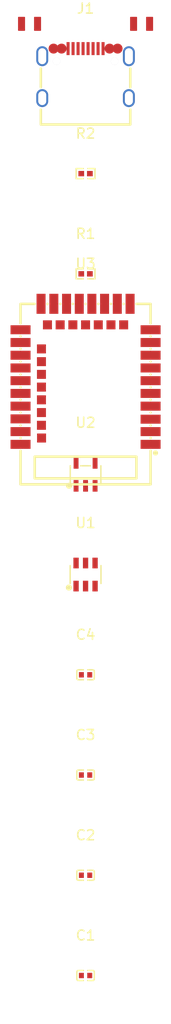
<source format=kicad_pcb>
(kicad_pcb (version 20241229) (generator "atopile") (generator_version "0.12.4")
  (layers (0 "F.Cu" signal) (31 "B.Cu" signal) (34 "B.Paste" user) (35 "F.Paste" user) (36 "B.SilkS" user "B.Silkscreen") (37 "F.SilkS" user "F.Silkscreen") (38 "B.Mask" user) (39 "F.Mask" user) (44 "Edge.Cuts" user))
  (net 0 "")
  (net 1 "ADAPTER_RESET")
  (net 2 "VBUS")
  (net 3 "NF1")
  (net 4 "POGO_SWDIO")
  (net 5 "XL2")
  (net 6 "footprint-net-0")
  (net 7 "P1_period_04")
  (net 8 "POGO_SWDCLK")
  (net 9 "esd-net-5")
  (net 10 "B5")
  (net 11 "DCH")
  (net 12 "AI7")
  (net 13 "AI4")
  (net 14 "esd-net-4")
  (net 15 "VDH")
  (net 16 "D_plus")
  (net 17 "A5")
  (net 18 "AI5")
  (net 19 "ADAPTER_SWDCLK")
  (net 20 "esd-net-3")
  (net 21 "P17")
  (net 22 "POGO_3V3_SENSE")
  (net 23 "AI2")
  (net 24 "P0_period_07")
  (net 25 "XL1")
  (net 26 "esd-net-2")
  (net 27 "D_minus")
  (net 28 "P1_period_09")
  (net 29 "P12")
  (net 30 "esd-net-0")
  (net 31 "P1_period_02")
  (net 32 "P0_period_03")
  (net 33 "POGO_I2C_SDA")
  (net 34 "ADAPTER_SWDIO")
  (net 35 "POGO_UART_RX")
  (net 36 "P15")
  (net 37 "esd-net-1")
  (net 38 "P1_period_13")
  (net 39 "P1_period_10")
  (net 40 "B8")
  (net 41 "footprint-net-2")
  (net 42 "P1_period_00")
  (net 43 "VCC")
  (net 44 "P1_period_11")
  (net 45 "AI6")
  (net 46 "NF2")
  (net 47 "POGO_I2C_SCL")
  (net 48 "AI3")
  (net 49 "GND")
  (net 50 "footprint-net-1")
  (net 51 "P1_period_06")
  (net 52 "NC")
  (net 53 "VBS")
  (net 54 "POGO_RESET")
  (net 55 "POGO_UART_TX")
  (net 56 "A8")
  (footprint "Samsung_Electro_Mechanics_CL05A105KA5NQNC:C0402" (layer "F.Cu") (at 0 0 0)
    (property "Reference" "C1" (at 0 -4 0) (layer "F.SilkS") (hide no))
    (property "Value" "1µF ±10% 25V X5R")
    (fp_line (start -0.72 -0.5) (end -0.22 -0.5) (stroke (width 0.15)) (layer "F.SilkS"))
    (fp_line (start -0.87 0.35) (end -0.87 -0.35) (stroke (width 0.15)) (layer "F.SilkS"))
    (fp_line (start -0.22 0.5) (end -0.72 0.5) (stroke (width 0.15)) (layer "F.SilkS"))
    (fp_line (start 0.72 0.5) (end 0.22 0.5) (stroke (width 0.15)) (layer "F.SilkS"))
    (fp_line (start 0.22 -0.5) (end 0.72 -0.5) (stroke (width 0.15)) (layer "F.SilkS"))
    (fp_line (start 0.87 -0.35) (end 0.87 0.35) (stroke (width 0.15)) (layer "F.SilkS"))
    (fp_arc (start 0.87 -0.35) (mid 0.8260660171779821 -0.4560660171779821) (end 0.72 -0.5) (stroke (width 0.15)) (layer "F.SilkS"))
    (fp_arc (start 0.72 0.5) (mid 0.8260660171779821 0.4560660171779821) (end 0.87 0.35) (stroke (width 0.15)) (layer "F.SilkS"))
    (fp_arc (start -0.87 0.35) (mid -0.8260660171779821 0.4560660171779821) (end -0.72 0.5) (stroke (width 0.15)) (layer "F.SilkS"))
    (fp_arc (start -0.72 -0.5) (mid -0.8260660171779821 -0.4560660171779821) (end -0.87 -0.35) (stroke (width 0.15)) (layer "F.SilkS"))
    (fp_text user "${REFERENCE}" (at 0 -4 0) (layer "F.SilkS"))
    (pad "2" smd rect (at 0.42 0 0) (size 0.5 0.54) (layers "F.Cu" "F.Paste" "F.Mask") (net 49 "GND"))
    (pad "1" smd rect (at -0.42 0 0) (size 0.5 0.54) (layers "F.Cu" "F.Paste" "F.Mask") (net 2 "VBUS"))
  )
  (footprint "Samsung_Electro_Mechanics_CL05A105KA5NQNC:C0402" (layer "F.Cu") (at 0 -10 0)
    (property "Reference" "C2" (at 0 -4 0) (layer "F.SilkS") (hide no))
    (property "Value" "1µF ±10% 25V X5R")
    (fp_line (start -0.72 -0.5) (end -0.22 -0.5) (stroke (width 0.15)) (layer "F.SilkS"))
    (fp_line (start -0.87 0.35) (end -0.87 -0.35) (stroke (width 0.15)) (layer "F.SilkS"))
    (fp_line (start -0.22 0.5) (end -0.72 0.5) (stroke (width 0.15)) (layer "F.SilkS"))
    (fp_line (start 0.72 0.5) (end 0.22 0.5) (stroke (width 0.15)) (layer "F.SilkS"))
    (fp_line (start 0.22 -0.5) (end 0.72 -0.5) (stroke (width 0.15)) (layer "F.SilkS"))
    (fp_line (start 0.87 -0.35) (end 0.87 0.35) (stroke (width 0.15)) (layer "F.SilkS"))
    (fp_arc (start 0.87 -0.35) (mid 0.8260660171779821 -0.4560660171779821) (end 0.72 -0.5) (stroke (width 0.15)) (layer "F.SilkS"))
    (fp_arc (start 0.72 0.5) (mid 0.8260660171779821 0.4560660171779821) (end 0.87 0.35) (stroke (width 0.15)) (layer "F.SilkS"))
    (fp_arc (start -0.87 0.35) (mid -0.8260660171779821 0.4560660171779821) (end -0.72 0.5) (stroke (width 0.15)) (layer "F.SilkS"))
    (fp_arc (start -0.72 -0.5) (mid -0.8260660171779821 -0.4560660171779821) (end -0.87 -0.35) (stroke (width 0.15)) (layer "F.SilkS"))
    (fp_text user "${REFERENCE}" (at 0 -4 0) (layer "F.SilkS"))
    (pad "2" smd rect (at 0.42 0 0) (size 0.5 0.54) (layers "F.Cu" "F.Paste" "F.Mask") (net 49 "GND"))
    (pad "1" smd rect (at -0.42 0 0) (size 0.5 0.54) (layers "F.Cu" "F.Paste" "F.Mask") (net 43 "VCC"))
  )
  (footprint "Samsung_Electro_Mechanics_CL05B104KO5NNNC:C0402" (layer "F.Cu") (at 0 -20 0)
    (property "Reference" "C3" (at 0 -4 0) (layer "F.SilkS") (hide no))
    (property "Value" "100nF ±10% 16V X7R")
    (fp_line (start -0.72 -0.5) (end -0.22 -0.5) (stroke (width 0.15)) (layer "F.SilkS"))
    (fp_line (start -0.87 0.35) (end -0.87 -0.35) (stroke (width 0.15)) (layer "F.SilkS"))
    (fp_line (start -0.22 0.5) (end -0.72 0.5) (stroke (width 0.15)) (layer "F.SilkS"))
    (fp_line (start 0.72 0.5) (end 0.22 0.5) (stroke (width 0.15)) (layer "F.SilkS"))
    (fp_line (start 0.22 -0.5) (end 0.72 -0.5) (stroke (width 0.15)) (layer "F.SilkS"))
    (fp_line (start 0.87 -0.35) (end 0.87 0.35) (stroke (width 0.15)) (layer "F.SilkS"))
    (fp_arc (start 0.87 -0.35) (mid 0.8260660171779821 -0.4560660171779821) (end 0.72 -0.5) (stroke (width 0.15)) (layer "F.SilkS"))
    (fp_arc (start 0.72 0.5) (mid 0.8260660171779821 0.4560660171779821) (end 0.87 0.35) (stroke (width 0.15)) (layer "F.SilkS"))
    (fp_arc (start -0.87 0.35) (mid -0.8260660171779821 0.4560660171779821) (end -0.72 0.5) (stroke (width 0.15)) (layer "F.SilkS"))
    (fp_arc (start -0.72 -0.5) (mid -0.8260660171779821 -0.4560660171779821) (end -0.87 -0.35) (stroke (width 0.15)) (layer "F.SilkS"))
    (fp_text user "${REFERENCE}" (at 0 -4 0) (layer "F.SilkS"))
    (pad "2" smd rect (at 0.42 0 0) (size 0.5 0.54) (layers "F.Cu" "F.Paste" "F.Mask") (net 49 "GND"))
    (pad "1" smd rect (at -0.42 0 0) (size 0.5 0.54) (layers "F.Cu" "F.Paste" "F.Mask") (net 43 "VCC"))
  )
  (footprint "Samsung_Electro_Mechanics_CL05B104KO5NNNC:C0402" (layer "F.Cu") (at 0 -30 0)
    (property "Reference" "C4" (at 0 -4 0) (layer "F.SilkS") (hide no))
    (property "Value" "100nF ±10% 16V X7R")
    (fp_line (start -0.72 -0.5) (end -0.22 -0.5) (stroke (width 0.15)) (layer "F.SilkS"))
    (fp_line (start -0.87 0.35) (end -0.87 -0.35) (stroke (width 0.15)) (layer "F.SilkS"))
    (fp_line (start -0.22 0.5) (end -0.72 0.5) (stroke (width 0.15)) (layer "F.SilkS"))
    (fp_line (start 0.72 0.5) (end 0.22 0.5) (stroke (width 0.15)) (layer "F.SilkS"))
    (fp_line (start 0.22 -0.5) (end 0.72 -0.5) (stroke (width 0.15)) (layer "F.SilkS"))
    (fp_line (start 0.87 -0.35) (end 0.87 0.35) (stroke (width 0.15)) (layer "F.SilkS"))
    (fp_arc (start 0.87 -0.35) (mid 0.8260660171779821 -0.4560660171779821) (end 0.72 -0.5) (stroke (width 0.15)) (layer "F.SilkS"))
    (fp_arc (start 0.72 0.5) (mid 0.8260660171779821 0.4560660171779821) (end 0.87 0.35) (stroke (width 0.15)) (layer "F.SilkS"))
    (fp_arc (start -0.87 0.35) (mid -0.8260660171779821 0.4560660171779821) (end -0.72 0.5) (stroke (width 0.15)) (layer "F.SilkS"))
    (fp_arc (start -0.72 -0.5) (mid -0.8260660171779821 -0.4560660171779821) (end -0.87 -0.35) (stroke (width 0.15)) (layer "F.SilkS"))
    (fp_text user "${REFERENCE}" (at 0 -4 0) (layer "F.SilkS"))
    (pad "2" smd rect (at 0.42 0 0) (size 0.5 0.54) (layers "F.Cu" "F.Paste" "F.Mask") (net 49 "GND"))
    (pad "1" smd rect (at -0.42 0 0) (size 0.5 0.54) (layers "F.Cu" "F.Paste" "F.Mask") (net 43 "VCC"))
  )
  (footprint "USBLC6_minus_2SC6:SOT-23-6_L2.9-W1.6-P0.95-LS2.8-BL" (layer "F.Cu") (at 0 -40 0)
    (property "Reference" "U1" (at 0 -5.15 0) (layer "F.SilkS") (hide no))
    (property "Value" "")
    (fp_line (start 1.54 0.89) (end 1.54 -0.89) (stroke (width 0.15)) (layer "F.SilkS"))
    (fp_line (start -1.54 0.89) (end -1.54 -0.89) (stroke (width 0.15)) (layer "F.SilkS"))
    (fp_circle (center -1.67 1.3) (end -1.52 1.3) (stroke (width 0.3)) (fill no) (layer "F.SilkS"))
    (fp_text user "${REFERENCE}" (at 0 -5.15 0) (layer "F.SilkS"))
    (pad "1" smd rect (at -0.95 1.15 0) (size 0.53 1.07) (layers "F.Cu" "F.Paste" "F.Mask") (net 30 "esd-net-0"))
    (pad "2" smd rect (at 0 1.15 0) (size 0.53 1.07) (layers "F.Cu" "F.Paste" "F.Mask") (net 37 "esd-net-1"))
    (pad "3" smd rect (at 0.95 1.15 0) (size 0.53 1.07) (layers "F.Cu" "F.Paste" "F.Mask") (net 26 "esd-net-2"))
    (pad "4" smd rect (at 0.95 -1.15 0) (size 0.53 1.07) (layers "F.Cu" "F.Paste" "F.Mask") (net 20 "esd-net-3"))
    (pad "5" smd rect (at 0 -1.15 0) (size 0.53 1.07) (layers "F.Cu" "F.Paste" "F.Mask") (net 14 "esd-net-4"))
    (pad "6" smd rect (at -0.95 -1.15 0) (size 0.53 1.07) (layers "F.Cu" "F.Paste" "F.Mask") (net 9 "esd-net-5"))
  )
  (footprint "ME6211C33M5G_minus_N:SOT-23-5_L3.0-W1.7-P0.95-LS2.8-BL" (layer "F.Cu") (at 0 -50 0)
    (property "Reference" "U2" (at 0 -5.15 0) (layer "F.SilkS") (hide no))
    (property "Value" "")
    (fp_line (start -1.53 0.85) (end -1.53 -0.85) (stroke (width 0.15)) (layer "F.SilkS"))
    (fp_line (start 1.53 0.85) (end 1.53 -0.85) (stroke (width 0.15)) (layer "F.SilkS"))
    (fp_line (start 0.48 -0.85) (end -0.48 -0.85) (stroke (width 0.15)) (layer "F.SilkS"))
    (fp_circle (center -1.65 1.14) (end -1.5 1.14) (stroke (width 0.3)) (fill no) (layer "F.SilkS"))
    (fp_text user "${REFERENCE}" (at 0 -5.15 0) (layer "F.SilkS"))
    (pad "1" smd rect (at -0.95 1.15 0) (size 0.49 1.16) (layers "F.Cu" "F.Paste" "F.Mask") (net 2 "VBUS"))
    (pad "2" smd rect (at 0 1.15 0) (size 0.49 1.16) (layers "F.Cu" "F.Paste" "F.Mask") (net 49 "GND"))
    (pad "3" smd rect (at 0.95 1.15 0) (size 0.49 1.16) (layers "F.Cu" "F.Paste" "F.Mask") (net 2 "VBUS"))
    (pad "4" smd rect (at 0.95 -1.15 0) (size 0.49 1.18) (layers "F.Cu" "F.Paste" "F.Mask") (net 52 "NC"))
    (pad "5" smd rect (at -0.95 -1.15 0) (size 0.49 1.18) (layers "F.Cu" "F.Paste" "F.Mask") (net 43 "VCC"))
  )
  (footprint "E73_minus_2G4M08S1C:WIRELM-SMD_E73-2G4M08S1C" (layer "F.Cu") (at 0 -60 0)
    (property "Reference" "U3" (at 0 -11.01 0) (layer "F.SilkS") (hide no))
    (property "Value" "")
    (fp_line (start 5.08 -7) (end 6.5 -7) (stroke (width 0.25)) (layer "F.SilkS"))
    (fp_line (start -5.08 8.24) (end 5.08 8.24) (stroke (width 0.25)) (layer "F.SilkS"))
    (fp_line (start 5.08 8.24) (end 5.08 10.4) (stroke (width 0.25)) (layer "F.SilkS"))
    (fp_line (start 5.08 10.4) (end -5.08 10.4) (stroke (width 0.25)) (layer "F.SilkS"))
    (fp_line (start -5.08 10.4) (end -5.08 8.24) (stroke (width 0.25)) (layer "F.SilkS"))
    (fp_line (start 3.81 -7) (end 3.81 -7) (stroke (width 0.25)) (layer "F.SilkS"))
    (fp_line (start 2.54 -7) (end 2.54 -7) (stroke (width 0.25)) (layer "F.SilkS"))
    (fp_line (start 1.27 -7) (end 1.27 -7) (stroke (width 0.25)) (layer "F.SilkS"))
    (fp_line (start 0 -7) (end 0 -7) (stroke (width 0.25)) (layer "F.SilkS"))
    (fp_line (start -1.27 -7) (end -1.27 -7) (stroke (width 0.25)) (layer "F.SilkS"))
    (fp_line (start -2.54 -7) (end -2.54 -7) (stroke (width 0.25)) (layer "F.SilkS"))
    (fp_line (start -3.81 -7) (end -3.81 -7) (stroke (width 0.25)) (layer "F.SilkS"))
    (fp_line (start -6.5 -7) (end -5.08 -7) (stroke (width 0.25)) (layer "F.SilkS"))
    (fp_line (start 6.5 7.65) (end 6.5 11) (stroke (width 0.25)) (layer "F.SilkS"))
    (fp_line (start 6.5 6.38) (end 6.5 6.38) (stroke (width 0.25)) (layer "F.SilkS"))
    (fp_line (start 6.5 5.11) (end 6.5 5.11) (stroke (width 0.25)) (layer "F.SilkS"))
    (fp_line (start 6.5 3.84) (end 6.5 3.84) (stroke (width 0.25)) (layer "F.SilkS"))
    (fp_line (start 6.5 2.57) (end 6.5 2.57) (stroke (width 0.25)) (layer "F.SilkS"))
    (fp_line (start 6.5 1.3) (end 6.5 1.3) (stroke (width 0.25)) (layer "F.SilkS"))
    (fp_line (start 6.5 0.03) (end 6.5 0.03) (stroke (width 0.25)) (layer "F.SilkS"))
    (fp_line (start 6.5 -1.24) (end 6.5 -1.24) (stroke (width 0.25)) (layer "F.SilkS"))
    (fp_line (start 6.5 -2.51) (end 6.5 -2.51) (stroke (width 0.25)) (layer "F.SilkS"))
    (fp_line (start 6.5 -3.78) (end 6.5 -3.78) (stroke (width 0.25)) (layer "F.SilkS"))
    (fp_line (start 6.5 -7) (end 6.5 -5.05) (stroke (width 0.25)) (layer "F.SilkS"))
    (fp_line (start -6.5 7.65) (end -6.5 11) (stroke (width 0.25)) (layer "F.SilkS"))
    (fp_line (start -6.5 6.38) (end -6.5 6.38) (stroke (width 0.25)) (layer "F.SilkS"))
    (fp_line (start -6.5 5.11) (end -6.5 5.11) (stroke (width 0.25)) (layer "F.SilkS"))
    (fp_line (start -6.5 3.84) (end -6.5 3.84) (stroke (width 0.25)) (layer "F.SilkS"))
    (fp_line (start -6.5 2.57) (end -6.5 2.57) (stroke (width 0.25)) (layer "F.SilkS"))
    (fp_line (start -6.5 1.3) (end -6.5 1.3) (stroke (width 0.25)) (layer "F.SilkS"))
    (fp_line (start -6.5 0.03) (end -6.5 0.03) (stroke (width 0.25)) (layer "F.SilkS"))
    (fp_line (start -6.5 -1.24) (end -6.5 -1.24) (stroke (width 0.25)) (layer "F.SilkS"))
    (fp_line (start -6.5 -2.51) (end -6.5 -2.51) (stroke (width 0.25)) (layer "F.SilkS"))
    (fp_line (start -6.5 -3.78) (end -6.5 -3.78) (stroke (width 0.25)) (layer "F.SilkS"))
    (fp_line (start -6.5 -7) (end -6.5 -5.05) (stroke (width 0.25)) (layer "F.SilkS"))
    (fp_line (start 6.5 11) (end -6.5 11) (stroke (width 0.25)) (layer "F.SilkS"))
    (fp_circle (center 6.99 7.87) (end 7.12 7.87) (stroke (width 0.25)) (fill no) (layer "F.SilkS"))
    (fp_text user "${REFERENCE}" (at 0 -11.01 0) (layer "F.SilkS"))
    (pad "43" smd rect (at -6.5 7.01 -90) (size 0.9 2) (layers "F.Cu" "F.Paste" "F.Mask") (net 46 "NF2"))
    (pad "42" smd rect (at -4.4 6.38 -90) (size 0.9 0.9) (layers "F.Cu" "F.Paste" "F.Mask") (net 51 "P1_period_06"))
    (pad "41" smd rect (at -6.5 5.74 -90) (size 0.9 2) (layers "F.Cu" "F.Paste" "F.Mask") (net 3 "NF1"))
    (pad "40" smd rect (at -4.41 5.11 -90) (size 0.9 0.9) (layers "F.Cu" "F.Paste" "F.Mask") (net 7 "P1_period_04"))
    (pad "39" smd rect (at -6.5 4.47 -90) (size 0.9 2) (layers "F.Cu" "F.Paste" "F.Mask") (net 19 "ADAPTER_SWDCLK"))
    (pad "38" smd rect (at -4.41 3.84 -90) (size 0.9 0.9) (layers "F.Cu" "F.Paste" "F.Mask") (net 31 "P1_period_02"))
    (pad "37" smd rect (at -6.5 3.2 -90) (size 0.9 2) (layers "F.Cu" "F.Paste" "F.Mask") (net 34 "ADAPTER_SWDIO"))
    (pad "36" smd rect (at -4.41 2.57 -90) (size 0.9 0.9) (layers "F.Cu" "F.Paste" "F.Mask") (net 42 "P1_period_00"))
    (pad "35" smd rect (at -6.5 1.93 -90) (size 0.9 2) (layers "F.Cu" "F.Paste" "F.Mask") (net 47 "POGO_I2C_SCL"))
    (pad "34" smd rect (at -4.41 1.3 -90) (size 0.9 0.9) (layers "F.Cu" "F.Paste" "F.Mask") (net 54 "POGO_RESET"))
    (pad "33" smd rect (at -6.5 0.66 -90) (size 0.9 2) (layers "F.Cu" "F.Paste" "F.Mask") (net 4 "POGO_SWDIO"))
    (pad "32" smd rect (at -4.41 0.03 -90) (size 0.9 0.9) (layers "F.Cu" "F.Paste" "F.Mask") (net 8 "POGO_SWDCLK"))
    (pad "31" smd rect (at -6.5 -0.61 -90) (size 0.9 2) (layers "F.Cu" "F.Paste" "F.Mask") (net 16 "D_plus"))
    (pad "30" smd rect (at -4.41 -1.24 -90) (size 0.9 0.9) (layers "F.Cu" "F.Paste" "F.Mask") (net 21 "P17"))
    (pad "29" smd rect (at -6.5 -1.88 -90) (size 0.9 2) (layers "F.Cu" "F.Paste" "F.Mask") (net 27 "D_minus"))
    (pad "28" smd rect (at -4.41 -2.51 -90) (size 0.9 0.9) (layers "F.Cu" "F.Paste" "F.Mask") (net 36 "P15"))
    (pad "27" smd rect (at -6.5 -3.15 -90) (size 0.9 2) (layers "F.Cu" "F.Paste" "F.Mask") (net 53 "VBS"))
    (pad "26" smd rect (at -6.5 -4.42 -90) (size 0.9 2) (layers "F.Cu" "F.Paste" "F.Mask") (net 1 "ADAPTER_RESET"))
    (pad "25" smd rect (at -4.45 -7.01 180) (size 0.9 2) (layers "F.Cu" "F.Paste" "F.Mask") (net 11 "DCH"))
    (pad "24" smd rect (at -3.81 -4.91 180) (size 0.9 0.9) (layers "F.Cu" "F.Paste" "F.Mask") (net 49 "GND"))
    (pad "23" smd rect (at -3.17 -7.01 180) (size 0.9 2) (layers "F.Cu" "F.Paste" "F.Mask") (net 15 "VDH"))
    (pad "22" smd rect (at -2.54 -4.91 180) (size 0.9 0.9) (layers "F.Cu" "F.Paste" "F.Mask") (net 24 "P0_period_07"))
    (pad "21" smd rect (at -1.9 -7.01 180) (size 0.9 2) (layers "F.Cu" "F.Paste" "F.Mask") (net 49 "GND"))
    (pad "20" smd rect (at -1.27 -4.91 180) (size 0.9 0.9) (layers "F.Cu" "F.Paste" "F.Mask") (net 29 "P12"))
    (pad "19" smd rect (at -0.63 -7.01 180) (size 0.9 2) (layers "F.Cu" "F.Paste" "F.Mask") (net 43 "VCC"))
    (pad "18" smd rect (at 0 -4.91 180) (size 0.9 0.9) (layers "F.Cu" "F.Paste" "F.Mask") (net 23 "AI2"))
    (pad "17" smd rect (at 0.63 -7.01 180) (size 0.9 2) (layers "F.Cu" "F.Paste" "F.Mask") (net 28 "P1_period_09"))
    (pad "16" smd rect (at 1.27 -4.91 180) (size 0.9 0.9) (layers "F.Cu" "F.Paste" "F.Mask") (net 35 "POGO_UART_RX"))
    (pad "15" smd rect (at 1.9 -7.01 180) (size 0.9 2) (layers "F.Cu" "F.Paste" "F.Mask") (net 48 "AI3"))
    (pad "14" smd rect (at 2.54 -4.91 180) (size 0.9 0.9) (layers "F.Cu" "F.Paste" "F.Mask") (net 55 "POGO_UART_TX"))
    (pad "13" smd rect (at 3.17 -7.01 180) (size 0.9 2) (layers "F.Cu" "F.Paste" "F.Mask") (net 5 "XL2"))
    (pad "12" smd rect (at 3.81 -4.91 180) (size 0.9 0.9) (layers "F.Cu" "F.Paste" "F.Mask") (net 33 "POGO_I2C_SDA"))
    (pad "11" smd rect (at 4.45 -7.01 180) (size 0.9 2) (layers "F.Cu" "F.Paste" "F.Mask") (net 25 "XL1"))
    (pad "10" smd rect (at 6.5 -4.42 90) (size 0.9 2) (layers "F.Cu" "F.Paste" "F.Mask") (net 45 "AI6"))
    (pad "9" smd rect (at 6.5 -3.15 90) (size 0.9 2) (layers "F.Cu" "F.Paste" "F.Mask") (net 12 "AI7"))
    (pad "8" smd rect (at 6.5 -1.88 90) (size 0.9 2) (layers "F.Cu" "F.Paste" "F.Mask") (net 18 "AI5"))
    (pad "7" smd rect (at 6.5 -0.61 90) (size 0.9 2) (layers "F.Cu" "F.Paste" "F.Mask") (net 22 "POGO_3V3_SENSE"))
    (pad "6" smd rect (at 6.5 0.66 90) (size 0.9 2) (layers "F.Cu" "F.Paste" "F.Mask") (net 38 "P1_period_13"))
    (pad "5" smd rect (at 6.5 1.93 90) (size 0.9 2) (layers "F.Cu" "F.Paste" "F.Mask") (net 49 "GND"))
    (pad "4" smd rect (at 6.5 3.2 90) (size 0.9 2) (layers "F.Cu" "F.Paste" "F.Mask") (net 13 "AI4"))
    (pad "3" smd rect (at 6.5 4.5 90) (size 0.9 2) (layers "F.Cu" "F.Paste" "F.Mask") (net 32 "P0_period_03"))
    (pad "2" smd rect (at 6.5 5.74 90) (size 0.9 2) (layers "F.Cu" "F.Paste" "F.Mask") (net 39 "P1_period_10"))
    (pad "1" smd rect (at 6.5 7.01 90) (size 0.9 2) (layers "F.Cu" "F.Paste" "F.Mask") (net 44 "P1_period_11"))
  )
  (footprint "UNI_ROYAL_0402WGF5101TCE:R0402" (layer "F.Cu") (at 0 -70 0)
    (property "Reference" "R1" (at 0 -4 0) (layer "F.SilkS") (hide no))
    (property "Value" "5.1kΩ ±1% 62.5mW")
    (fp_line (start -0.23 0.5) (end -0.94 0.5) (stroke (width 0.15)) (layer "F.SilkS"))
    (fp_line (start -0.94 0.5) (end -0.94 -0.5) (stroke (width 0.15)) (layer "F.SilkS"))
    (fp_line (start -0.94 -0.5) (end -0.23 -0.5) (stroke (width 0.15)) (layer "F.SilkS"))
    (fp_line (start 0.23 0.5) (end 0.94 0.5) (stroke (width 0.15)) (layer "F.SilkS"))
    (fp_line (start 0.94 0.5) (end 0.94 -0.5) (stroke (width 0.15)) (layer "F.SilkS"))
    (fp_line (start 0.94 -0.5) (end 0.23 -0.5) (stroke (width 0.15)) (layer "F.SilkS"))
    (fp_text user "${REFERENCE}" (at 0 -4 0) (layer "F.SilkS"))
    (pad "2" smd rect (at 0.43 0 0) (size 0.57 0.54) (layers "F.Cu" "F.Paste" "F.Mask") (net 49 "GND"))
    (pad "1" smd rect (at -0.43 0 0) (size 0.57 0.54) (layers "F.Cu" "F.Paste" "F.Mask") (net 17 "A5"))
  )
  (footprint "UNI_ROYAL_0402WGF5101TCE:R0402" (layer "F.Cu") (at 0 -80 0)
    (property "Reference" "R2" (at 0 -4 0) (layer "F.SilkS") (hide no))
    (property "Value" "5.1kΩ ±1% 62.5mW")
    (fp_line (start -0.23 0.5) (end -0.94 0.5) (stroke (width 0.15)) (layer "F.SilkS"))
    (fp_line (start -0.94 0.5) (end -0.94 -0.5) (stroke (width 0.15)) (layer "F.SilkS"))
    (fp_line (start -0.94 -0.5) (end -0.23 -0.5) (stroke (width 0.15)) (layer "F.SilkS"))
    (fp_line (start 0.23 0.5) (end 0.94 0.5) (stroke (width 0.15)) (layer "F.SilkS"))
    (fp_line (start 0.94 0.5) (end 0.94 -0.5) (stroke (width 0.15)) (layer "F.SilkS"))
    (fp_line (start 0.94 -0.5) (end 0.23 -0.5) (stroke (width 0.15)) (layer "F.SilkS"))
    (fp_text user "${REFERENCE}" (at 0 -4 0) (layer "F.SilkS"))
    (pad "2" smd rect (at 0.43 0 0) (size 0.57 0.54) (layers "F.Cu" "F.Paste" "F.Mask") (net 49 "GND"))
    (pad "1" smd rect (at -0.43 0 0) (size 0.57 0.54) (layers "F.Cu" "F.Paste" "F.Mask") (net 10 "B5"))
  )
  (footprint "TYPE_minus_C_minus_31_minus_M_minus_12:USB-C_SMD-TYPE-C-31-M-12_1" (layer "F.Cu") (at 0 -90 0)
    (property "Reference" "J1" (at 0 -6.470000000000001 0) (layer "F.SilkS") (hide no))
    (property "Value" "")
    (fp_line (start -4.47 1.38) (end -4.47 -0.48) (stroke (width 0.25)) (layer "F.SilkS"))
    (fp_line (start 4.47 5.1) (end -4.47 5.1) (stroke (width 0.25)) (layer "F.SilkS"))
    (fp_line (start -4.47 5.1) (end -4.47 3.62) (stroke (width 0.25)) (layer "F.SilkS"))
    (fp_line (start 4.47 1.38) (end 4.47 -0.48) (stroke (width 0.25)) (layer "F.SilkS"))
    (fp_line (start 4.47 5.1) (end 4.47 3.62) (stroke (width 0.25)) (layer "F.SilkS"))
    (fp_text user "${REFERENCE}" (at 0 -6.470000000000001 0) (layer "F.SilkS"))
    (pad "B8" smd rect (at -1.75 -2.47 0) (size 0.3 1.3) (layers "F.Cu" "F.Paste" "F.Mask") (net 40 "B8"))
    (pad "A5" smd rect (at -1.25 -2.47 0) (size 0.3 1.3) (layers "F.Cu" "F.Paste" "F.Mask") (net 17 "A5"))
    (pad "B7" smd rect (at -0.75 -2.47 0) (size 0.3 1.3) (layers "F.Cu" "F.Paste" "F.Mask") (net 27 "D_minus"))
    (pad "A6" smd rect (at -0.25 -2.47 0) (size 0.3 1.3) (layers "F.Cu" "F.Paste" "F.Mask") (net 16 "D_plus"))
    (pad "A7" smd rect (at 0.25 -2.47 0) (size 0.3 1.3) (layers "F.Cu" "F.Paste" "F.Mask") (net 27 "D_minus"))
    (pad "B6" smd rect (at 0.75 -2.47 0) (size 0.3 1.3) (layers "F.Cu" "F.Paste" "F.Mask") (net 16 "D_plus"))
    (pad "A8" smd rect (at 1.25 -2.47 0) (size 0.3 1.3) (layers "F.Cu" "F.Paste" "F.Mask") (net 56 "A8"))
    (pad "B5" smd rect (at 1.75 -2.47 0) (size 0.3 1.3) (layers "F.Cu" "F.Paste" "F.Mask") (net 10 "B5"))
    (pad "A1B12" smd custom (at -3.2 -2.47 0) (size 1 1) (layers "F.Cu" "F.Paste" "F.Mask") (primitives (gr_poly (pts (xy -2.9 -1.82) (xy -2.9 -3.12) (xy -2.9 -3.12) (xy -3.2 -3.12) (xy -3.2 -3.12) (xy -3.2 -3.12) (xy -3.2 -3.12) (xy -3.5 -3.12) (xy -3.5 -3.12) (xy -3.5 -1.82) (xy -3.5 -1.82) (xy -3.2 -1.82) (xy -3.2 -1.82) (xy -3.2 -1.82) (xy -3.2 -1.82) (xy -2.9 -1.82)) (width 0.1))) (net 49 "GND"))
    (pad "B1A12" smd custom (at 3.2 -2.47 0) (size 1 1) (layers "F.Cu" "F.Paste" "F.Mask") (primitives (gr_poly (pts (xy 2.9 -3.12) (xy 2.9 -1.82) (xy 2.9 -1.82) (xy 3.19 -1.82) (xy 3.19 -1.82) (xy 3.2 -1.82) (xy 3.2 -1.82) (xy 3.5 -1.82) (xy 3.5 -1.82) (xy 3.5 -3.12) (xy 3.5 -3.12) (xy 3.2 -3.12) (xy 3.2 -3.12) (xy 3.19 -3.12) (xy 3.19 -3.12) (xy 2.9 -3.12)) (width 0.1))) (net 50 "footprint-net-1"))
    (pad "B4A9" smd custom (at 2.4 -2.47 0) (size 1 1) (layers "F.Cu" "F.Paste" "F.Mask") (primitives (gr_poly (pts (xy 2.7 -1.82) (xy 2.7 -3.12) (xy 2.7 -3.12) (xy 2.4 -3.12) (xy 2.4 -3.12) (xy 2.4 -3.12) (xy 2.4 -3.12) (xy 2.1 -3.12) (xy 2.1 -3.12) (xy 2.1 -1.82) (xy 2.1 -1.82) (xy 2.4 -1.82) (xy 2.4 -1.82) (xy 2.4 -1.82) (xy 2.4 -1.82) (xy 2.7 -1.82)) (width 0.1))) (net 41 "footprint-net-2"))
    (pad "A4B9" smd custom (at -2.4 -2.47 0) (size 1 1) (layers "F.Cu" "F.Paste" "F.Mask") (primitives (gr_poly (pts (xy -2.1 -1.82) (xy -2.1 -3.12) (xy -2.1 -3.12) (xy -2.4 -3.12) (xy -2.4 -3.12) (xy -2.4 -3.12) (xy -2.4 -3.12) (xy -2.7 -3.12) (xy -2.7 -3.12) (xy -2.7 -1.82) (xy -2.7 -1.82) (xy -2.4 -1.82) (xy -2.4 -1.82) (xy -2.4 -1.82) (xy -2.4 -1.82) (xy -2.1 -1.82)) (width 0.1))) (net 2 "VBUS"))
    (pad "2" thru_hole oval (at 4.33 2.47 0) (size 1.2 1.8) (drill oval 0.7999983999999999 1.3999972) (layers "*.Cu" "*.Mask") (net 49 "GND"))
    (pad "1" thru_hole oval (at 4.33 -1.71 0) (size 1.2 2) (drill oval 0.7999983999999999 1.5999713999999998) (layers "*.Cu" "*.Mask") (net 49 "GND"))
    (pad "4" thru_hole oval (at -4.33 -1.71 0) (size 1.2 2) (drill oval 0.7999983999999999 1.6000221999999997) (layers "*.Cu" "*.Mask") (net 49 "GND"))
    (pad "3" thru_hole oval (at -4.33 2.47 0) (size 1.2 1.8) (drill oval 0.7999983999999999 1.3999972) (layers "*.Cu" "*.Mask") (net 49 "GND"))
    (pad "" thru_hole circle (at -2.9 -1.21 0) (size 0.75 0.75) (drill 0.75) (layers "*.Cu" "*.Mask") (net 6 "footprint-net-0"))
    (pad "" thru_hole circle (at 2.9 -1.21 0) (size 0.75 0.75) (drill 0.75) (layers "*.Cu" "*.Mask") (net 6 "footprint-net-0"))
  )
)
</source>
